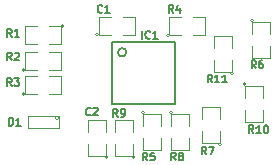
<source format=gbr>
G04 #@! TF.FileFunction,Legend,Top*
%FSLAX46Y46*%
G04 Gerber Fmt 4.6, Leading zero omitted, Abs format (unit mm)*
G04 Created by KiCad (PCBNEW 0.201510311201+6287~30~ubuntu14.04.1-product) date dom 03 abr 2016 23:42:29 CEST*
%MOMM*%
G01*
G04 APERTURE LIST*
%ADD10C,0.020000*%
%ADD11C,0.099060*%
%ADD12C,0.078740*%
%ADD13C,0.200000*%
%ADD14C,0.130000*%
G04 APERTURE END LIST*
D10*
D11*
X154676000Y-178362000D02*
G75*
G03X154676000Y-178362000I-127000J0D01*
G01*
X155692000Y-178362000D02*
X154676000Y-178362000D01*
X154676000Y-178362000D02*
X154676000Y-176838000D01*
X154676000Y-176838000D02*
X155692000Y-176838000D01*
X156708000Y-176838000D02*
X157724000Y-176838000D01*
X157724000Y-176838000D02*
X157724000Y-178362000D01*
X157724000Y-178362000D02*
X156708000Y-178362000D01*
D12*
X151304090Y-185406480D02*
G75*
G03X151304090Y-185406480I-159070J0D01*
G01*
X148699000Y-186265000D02*
X148699000Y-185249000D01*
X151302500Y-186265000D02*
X151302500Y-185249000D01*
X148699000Y-185249000D02*
X151302500Y-185249000D01*
X151302500Y-186265000D02*
X148699000Y-186265000D01*
D11*
X151747000Y-177595000D02*
G75*
G03X151747000Y-177595000I-127000J0D01*
G01*
X150477000Y-177595000D02*
X151493000Y-177595000D01*
X151493000Y-177595000D02*
X151493000Y-179119000D01*
X151493000Y-179119000D02*
X150477000Y-179119000D01*
X149461000Y-179119000D02*
X148445000Y-179119000D01*
X148445000Y-179119000D02*
X148445000Y-177595000D01*
X148445000Y-177595000D02*
X149461000Y-177595000D01*
X148445000Y-181369000D02*
G75*
G03X148445000Y-181369000I-127000J0D01*
G01*
X149461000Y-181369000D02*
X148445000Y-181369000D01*
X148445000Y-181369000D02*
X148445000Y-179845000D01*
X148445000Y-179845000D02*
X149461000Y-179845000D01*
X150477000Y-179845000D02*
X151493000Y-179845000D01*
X151493000Y-179845000D02*
X151493000Y-181369000D01*
X151493000Y-181369000D02*
X150477000Y-181369000D01*
X148445000Y-183419000D02*
G75*
G03X148445000Y-183419000I-127000J0D01*
G01*
X149461000Y-183419000D02*
X148445000Y-183419000D01*
X148445000Y-183419000D02*
X148445000Y-181895000D01*
X148445000Y-181895000D02*
X149461000Y-181895000D01*
X150477000Y-181895000D02*
X151493000Y-181895000D01*
X151493000Y-181895000D02*
X151493000Y-183419000D01*
X151493000Y-183419000D02*
X150477000Y-183419000D01*
X158565000Y-184949000D02*
G75*
G03X158565000Y-184949000I-127000J0D01*
G01*
X158438000Y-186092000D02*
X158438000Y-185076000D01*
X158438000Y-185076000D02*
X159962000Y-185076000D01*
X159962000Y-185076000D02*
X159962000Y-186092000D01*
X159962000Y-187108000D02*
X159962000Y-188124000D01*
X159962000Y-188124000D02*
X158438000Y-188124000D01*
X158438000Y-188124000D02*
X158438000Y-187108000D01*
X160645000Y-178419000D02*
G75*
G03X160645000Y-178419000I-127000J0D01*
G01*
X161661000Y-178419000D02*
X160645000Y-178419000D01*
X160645000Y-178419000D02*
X160645000Y-176895000D01*
X160645000Y-176895000D02*
X161661000Y-176895000D01*
X162677000Y-176895000D02*
X163693000Y-176895000D01*
X163693000Y-176895000D02*
X163693000Y-178419000D01*
X163693000Y-178419000D02*
X162677000Y-178419000D01*
X167765000Y-177149000D02*
G75*
G03X167765000Y-177149000I-127000J0D01*
G01*
X167638000Y-178292000D02*
X167638000Y-177276000D01*
X167638000Y-177276000D02*
X169162000Y-177276000D01*
X169162000Y-177276000D02*
X169162000Y-178292000D01*
X169162000Y-179308000D02*
X169162000Y-180324000D01*
X169162000Y-180324000D02*
X167638000Y-180324000D01*
X167638000Y-180324000D02*
X167638000Y-179308000D01*
X165089000Y-187651000D02*
G75*
G03X165089000Y-187651000I-127000J0D01*
G01*
X164962000Y-186508000D02*
X164962000Y-187524000D01*
X164962000Y-187524000D02*
X163438000Y-187524000D01*
X163438000Y-187524000D02*
X163438000Y-186508000D01*
X163438000Y-185492000D02*
X163438000Y-184476000D01*
X163438000Y-184476000D02*
X164962000Y-184476000D01*
X164962000Y-184476000D02*
X164962000Y-185492000D01*
X160965000Y-184949000D02*
G75*
G03X160965000Y-184949000I-127000J0D01*
G01*
X160838000Y-186092000D02*
X160838000Y-185076000D01*
X160838000Y-185076000D02*
X162362000Y-185076000D01*
X162362000Y-185076000D02*
X162362000Y-186092000D01*
X162362000Y-187108000D02*
X162362000Y-188124000D01*
X162362000Y-188124000D02*
X160838000Y-188124000D01*
X160838000Y-188124000D02*
X160838000Y-187108000D01*
X155448000Y-188722000D02*
G75*
G03X155448000Y-188722000I-127000J0D01*
G01*
X155321000Y-187579000D02*
X155321000Y-188595000D01*
X155321000Y-188595000D02*
X153797000Y-188595000D01*
X153797000Y-188595000D02*
X153797000Y-187579000D01*
X153797000Y-186563000D02*
X153797000Y-185547000D01*
X153797000Y-185547000D02*
X155321000Y-185547000D01*
X155321000Y-185547000D02*
X155321000Y-186563000D01*
D13*
X157019000Y-179857000D02*
G75*
G03X157019000Y-179857000I-350000J0D01*
G01*
X161119000Y-184207000D02*
X155819000Y-184207000D01*
X155819000Y-184207000D02*
X155819000Y-179007000D01*
X155819000Y-179007000D02*
X161119000Y-179007000D01*
X161119000Y-179007000D02*
X161119000Y-184207000D01*
D11*
X157734000Y-188722000D02*
G75*
G03X157734000Y-188722000I-127000J0D01*
G01*
X157607000Y-187579000D02*
X157607000Y-188595000D01*
X157607000Y-188595000D02*
X156083000Y-188595000D01*
X156083000Y-188595000D02*
X156083000Y-187579000D01*
X156083000Y-186563000D02*
X156083000Y-185547000D01*
X156083000Y-185547000D02*
X157607000Y-185547000D01*
X157607000Y-185547000D02*
X157607000Y-186563000D01*
X167165000Y-182549000D02*
G75*
G03X167165000Y-182549000I-127000J0D01*
G01*
X167038000Y-183692000D02*
X167038000Y-182676000D01*
X167038000Y-182676000D02*
X168562000Y-182676000D01*
X168562000Y-182676000D02*
X168562000Y-183692000D01*
X168562000Y-184708000D02*
X168562000Y-185724000D01*
X168562000Y-185724000D02*
X167038000Y-185724000D01*
X167038000Y-185724000D02*
X167038000Y-184708000D01*
X166089000Y-181651000D02*
G75*
G03X166089000Y-181651000I-127000J0D01*
G01*
X165962000Y-180508000D02*
X165962000Y-181524000D01*
X165962000Y-181524000D02*
X164438000Y-181524000D01*
X164438000Y-181524000D02*
X164438000Y-180508000D01*
X164438000Y-179492000D02*
X164438000Y-178476000D01*
X164438000Y-178476000D02*
X165962000Y-178476000D01*
X165962000Y-178476000D02*
X165962000Y-179492000D01*
D14*
X154991666Y-176432143D02*
X154960714Y-176463095D01*
X154867857Y-176494048D01*
X154805952Y-176494048D01*
X154713095Y-176463095D01*
X154651190Y-176401190D01*
X154620238Y-176339286D01*
X154589286Y-176215476D01*
X154589286Y-176122619D01*
X154620238Y-175998810D01*
X154651190Y-175936905D01*
X154713095Y-175875000D01*
X154805952Y-175844048D01*
X154867857Y-175844048D01*
X154960714Y-175875000D01*
X154991666Y-175905952D01*
X155610714Y-176494048D02*
X155239286Y-176494048D01*
X155425000Y-176494048D02*
X155425000Y-175844048D01*
X155363095Y-175936905D01*
X155301190Y-175998810D01*
X155239286Y-176029762D01*
X147076238Y-186051048D02*
X147076238Y-185401048D01*
X147231000Y-185401048D01*
X147323857Y-185432000D01*
X147385762Y-185493905D01*
X147416714Y-185555810D01*
X147447666Y-185679619D01*
X147447666Y-185772476D01*
X147416714Y-185896286D01*
X147385762Y-185958190D01*
X147323857Y-186020095D01*
X147231000Y-186051048D01*
X147076238Y-186051048D01*
X148066714Y-186051048D02*
X147695286Y-186051048D01*
X147881000Y-186051048D02*
X147881000Y-185401048D01*
X147819095Y-185493905D01*
X147757190Y-185555810D01*
X147695286Y-185586762D01*
X147320666Y-178524048D02*
X147104000Y-178214524D01*
X146949238Y-178524048D02*
X146949238Y-177874048D01*
X147196857Y-177874048D01*
X147258762Y-177905000D01*
X147289714Y-177935952D01*
X147320666Y-177997857D01*
X147320666Y-178090714D01*
X147289714Y-178152619D01*
X147258762Y-178183571D01*
X147196857Y-178214524D01*
X146949238Y-178214524D01*
X147939714Y-178524048D02*
X147568286Y-178524048D01*
X147754000Y-178524048D02*
X147754000Y-177874048D01*
X147692095Y-177966905D01*
X147630190Y-178028810D01*
X147568286Y-178059762D01*
X147320666Y-180520048D02*
X147104000Y-180210524D01*
X146949238Y-180520048D02*
X146949238Y-179870048D01*
X147196857Y-179870048D01*
X147258762Y-179901000D01*
X147289714Y-179931952D01*
X147320666Y-179993857D01*
X147320666Y-180086714D01*
X147289714Y-180148619D01*
X147258762Y-180179571D01*
X147196857Y-180210524D01*
X146949238Y-180210524D01*
X147568286Y-179931952D02*
X147599238Y-179901000D01*
X147661143Y-179870048D01*
X147815905Y-179870048D01*
X147877809Y-179901000D01*
X147908762Y-179931952D01*
X147939714Y-179993857D01*
X147939714Y-180055762D01*
X147908762Y-180148619D01*
X147537333Y-180520048D01*
X147939714Y-180520048D01*
X147320666Y-182697048D02*
X147104000Y-182387524D01*
X146949238Y-182697048D02*
X146949238Y-182047048D01*
X147196857Y-182047048D01*
X147258762Y-182078000D01*
X147289714Y-182108952D01*
X147320666Y-182170857D01*
X147320666Y-182263714D01*
X147289714Y-182325619D01*
X147258762Y-182356571D01*
X147196857Y-182387524D01*
X146949238Y-182387524D01*
X147537333Y-182047048D02*
X147939714Y-182047048D01*
X147723047Y-182294667D01*
X147815905Y-182294667D01*
X147877809Y-182325619D01*
X147908762Y-182356571D01*
X147939714Y-182418476D01*
X147939714Y-182573238D01*
X147908762Y-182635143D01*
X147877809Y-182666095D01*
X147815905Y-182697048D01*
X147630190Y-182697048D01*
X147568286Y-182666095D01*
X147537333Y-182635143D01*
X158791666Y-188994048D02*
X158575000Y-188684524D01*
X158420238Y-188994048D02*
X158420238Y-188344048D01*
X158667857Y-188344048D01*
X158729762Y-188375000D01*
X158760714Y-188405952D01*
X158791666Y-188467857D01*
X158791666Y-188560714D01*
X158760714Y-188622619D01*
X158729762Y-188653571D01*
X158667857Y-188684524D01*
X158420238Y-188684524D01*
X159379762Y-188344048D02*
X159070238Y-188344048D01*
X159039286Y-188653571D01*
X159070238Y-188622619D01*
X159132143Y-188591667D01*
X159286905Y-188591667D01*
X159348809Y-188622619D01*
X159379762Y-188653571D01*
X159410714Y-188715476D01*
X159410714Y-188870238D01*
X159379762Y-188932143D01*
X159348809Y-188963095D01*
X159286905Y-188994048D01*
X159132143Y-188994048D01*
X159070238Y-188963095D01*
X159039286Y-188932143D01*
X160991666Y-176494048D02*
X160775000Y-176184524D01*
X160620238Y-176494048D02*
X160620238Y-175844048D01*
X160867857Y-175844048D01*
X160929762Y-175875000D01*
X160960714Y-175905952D01*
X160991666Y-175967857D01*
X160991666Y-176060714D01*
X160960714Y-176122619D01*
X160929762Y-176153571D01*
X160867857Y-176184524D01*
X160620238Y-176184524D01*
X161548809Y-176060714D02*
X161548809Y-176494048D01*
X161394047Y-175813095D02*
X161239286Y-176277381D01*
X161641666Y-176277381D01*
X167991666Y-181194048D02*
X167775000Y-180884524D01*
X167620238Y-181194048D02*
X167620238Y-180544048D01*
X167867857Y-180544048D01*
X167929762Y-180575000D01*
X167960714Y-180605952D01*
X167991666Y-180667857D01*
X167991666Y-180760714D01*
X167960714Y-180822619D01*
X167929762Y-180853571D01*
X167867857Y-180884524D01*
X167620238Y-180884524D01*
X168548809Y-180544048D02*
X168425000Y-180544048D01*
X168363095Y-180575000D01*
X168332143Y-180605952D01*
X168270238Y-180698810D01*
X168239286Y-180822619D01*
X168239286Y-181070238D01*
X168270238Y-181132143D01*
X168301190Y-181163095D01*
X168363095Y-181194048D01*
X168486905Y-181194048D01*
X168548809Y-181163095D01*
X168579762Y-181132143D01*
X168610714Y-181070238D01*
X168610714Y-180915476D01*
X168579762Y-180853571D01*
X168548809Y-180822619D01*
X168486905Y-180791667D01*
X168363095Y-180791667D01*
X168301190Y-180822619D01*
X168270238Y-180853571D01*
X168239286Y-180915476D01*
X163791666Y-188494048D02*
X163575000Y-188184524D01*
X163420238Y-188494048D02*
X163420238Y-187844048D01*
X163667857Y-187844048D01*
X163729762Y-187875000D01*
X163760714Y-187905952D01*
X163791666Y-187967857D01*
X163791666Y-188060714D01*
X163760714Y-188122619D01*
X163729762Y-188153571D01*
X163667857Y-188184524D01*
X163420238Y-188184524D01*
X164008333Y-187844048D02*
X164441666Y-187844048D01*
X164163095Y-188494048D01*
X161191666Y-188994048D02*
X160975000Y-188684524D01*
X160820238Y-188994048D02*
X160820238Y-188344048D01*
X161067857Y-188344048D01*
X161129762Y-188375000D01*
X161160714Y-188405952D01*
X161191666Y-188467857D01*
X161191666Y-188560714D01*
X161160714Y-188622619D01*
X161129762Y-188653571D01*
X161067857Y-188684524D01*
X160820238Y-188684524D01*
X161563095Y-188622619D02*
X161501190Y-188591667D01*
X161470238Y-188560714D01*
X161439286Y-188498810D01*
X161439286Y-188467857D01*
X161470238Y-188405952D01*
X161501190Y-188375000D01*
X161563095Y-188344048D01*
X161686905Y-188344048D01*
X161748809Y-188375000D01*
X161779762Y-188405952D01*
X161810714Y-188467857D01*
X161810714Y-188498810D01*
X161779762Y-188560714D01*
X161748809Y-188591667D01*
X161686905Y-188622619D01*
X161563095Y-188622619D01*
X161501190Y-188653571D01*
X161470238Y-188684524D01*
X161439286Y-188746429D01*
X161439286Y-188870238D01*
X161470238Y-188932143D01*
X161501190Y-188963095D01*
X161563095Y-188994048D01*
X161686905Y-188994048D01*
X161748809Y-188963095D01*
X161779762Y-188932143D01*
X161810714Y-188870238D01*
X161810714Y-188746429D01*
X161779762Y-188684524D01*
X161748809Y-188653571D01*
X161686905Y-188622619D01*
X153991666Y-185132143D02*
X153960714Y-185163095D01*
X153867857Y-185194048D01*
X153805952Y-185194048D01*
X153713095Y-185163095D01*
X153651190Y-185101190D01*
X153620238Y-185039286D01*
X153589286Y-184915476D01*
X153589286Y-184822619D01*
X153620238Y-184698810D01*
X153651190Y-184636905D01*
X153713095Y-184575000D01*
X153805952Y-184544048D01*
X153867857Y-184544048D01*
X153960714Y-184575000D01*
X153991666Y-184605952D01*
X154239286Y-184605952D02*
X154270238Y-184575000D01*
X154332143Y-184544048D01*
X154486905Y-184544048D01*
X154548809Y-184575000D01*
X154579762Y-184605952D01*
X154610714Y-184667857D01*
X154610714Y-184729762D01*
X154579762Y-184822619D01*
X154208333Y-185194048D01*
X154610714Y-185194048D01*
X158365476Y-178694048D02*
X158365476Y-178044048D01*
X159046428Y-178632143D02*
X159015476Y-178663095D01*
X158922619Y-178694048D01*
X158860714Y-178694048D01*
X158767857Y-178663095D01*
X158705952Y-178601190D01*
X158675000Y-178539286D01*
X158644048Y-178415476D01*
X158644048Y-178322619D01*
X158675000Y-178198810D01*
X158705952Y-178136905D01*
X158767857Y-178075000D01*
X158860714Y-178044048D01*
X158922619Y-178044048D01*
X159015476Y-178075000D01*
X159046428Y-178105952D01*
X159665476Y-178694048D02*
X159294048Y-178694048D01*
X159479762Y-178694048D02*
X159479762Y-178044048D01*
X159417857Y-178136905D01*
X159355952Y-178198810D01*
X159294048Y-178229762D01*
X156291666Y-185294048D02*
X156075000Y-184984524D01*
X155920238Y-185294048D02*
X155920238Y-184644048D01*
X156167857Y-184644048D01*
X156229762Y-184675000D01*
X156260714Y-184705952D01*
X156291666Y-184767857D01*
X156291666Y-184860714D01*
X156260714Y-184922619D01*
X156229762Y-184953571D01*
X156167857Y-184984524D01*
X155920238Y-184984524D01*
X156601190Y-185294048D02*
X156725000Y-185294048D01*
X156786905Y-185263095D01*
X156817857Y-185232143D01*
X156879762Y-185139286D01*
X156910714Y-185015476D01*
X156910714Y-184767857D01*
X156879762Y-184705952D01*
X156848809Y-184675000D01*
X156786905Y-184644048D01*
X156663095Y-184644048D01*
X156601190Y-184675000D01*
X156570238Y-184705952D01*
X156539286Y-184767857D01*
X156539286Y-184922619D01*
X156570238Y-184984524D01*
X156601190Y-185015476D01*
X156663095Y-185046429D01*
X156786905Y-185046429D01*
X156848809Y-185015476D01*
X156879762Y-184984524D01*
X156910714Y-184922619D01*
X167782142Y-186694048D02*
X167565476Y-186384524D01*
X167410714Y-186694048D02*
X167410714Y-186044048D01*
X167658333Y-186044048D01*
X167720238Y-186075000D01*
X167751190Y-186105952D01*
X167782142Y-186167857D01*
X167782142Y-186260714D01*
X167751190Y-186322619D01*
X167720238Y-186353571D01*
X167658333Y-186384524D01*
X167410714Y-186384524D01*
X168401190Y-186694048D02*
X168029762Y-186694048D01*
X168215476Y-186694048D02*
X168215476Y-186044048D01*
X168153571Y-186136905D01*
X168091666Y-186198810D01*
X168029762Y-186229762D01*
X168803571Y-186044048D02*
X168865476Y-186044048D01*
X168927381Y-186075000D01*
X168958333Y-186105952D01*
X168989286Y-186167857D01*
X169020238Y-186291667D01*
X169020238Y-186446429D01*
X168989286Y-186570238D01*
X168958333Y-186632143D01*
X168927381Y-186663095D01*
X168865476Y-186694048D01*
X168803571Y-186694048D01*
X168741667Y-186663095D01*
X168710714Y-186632143D01*
X168679762Y-186570238D01*
X168648810Y-186446429D01*
X168648810Y-186291667D01*
X168679762Y-186167857D01*
X168710714Y-186105952D01*
X168741667Y-186075000D01*
X168803571Y-186044048D01*
X164282142Y-182394048D02*
X164065476Y-182084524D01*
X163910714Y-182394048D02*
X163910714Y-181744048D01*
X164158333Y-181744048D01*
X164220238Y-181775000D01*
X164251190Y-181805952D01*
X164282142Y-181867857D01*
X164282142Y-181960714D01*
X164251190Y-182022619D01*
X164220238Y-182053571D01*
X164158333Y-182084524D01*
X163910714Y-182084524D01*
X164901190Y-182394048D02*
X164529762Y-182394048D01*
X164715476Y-182394048D02*
X164715476Y-181744048D01*
X164653571Y-181836905D01*
X164591666Y-181898810D01*
X164529762Y-181929762D01*
X165520238Y-182394048D02*
X165148810Y-182394048D01*
X165334524Y-182394048D02*
X165334524Y-181744048D01*
X165272619Y-181836905D01*
X165210714Y-181898810D01*
X165148810Y-181929762D01*
M02*

</source>
